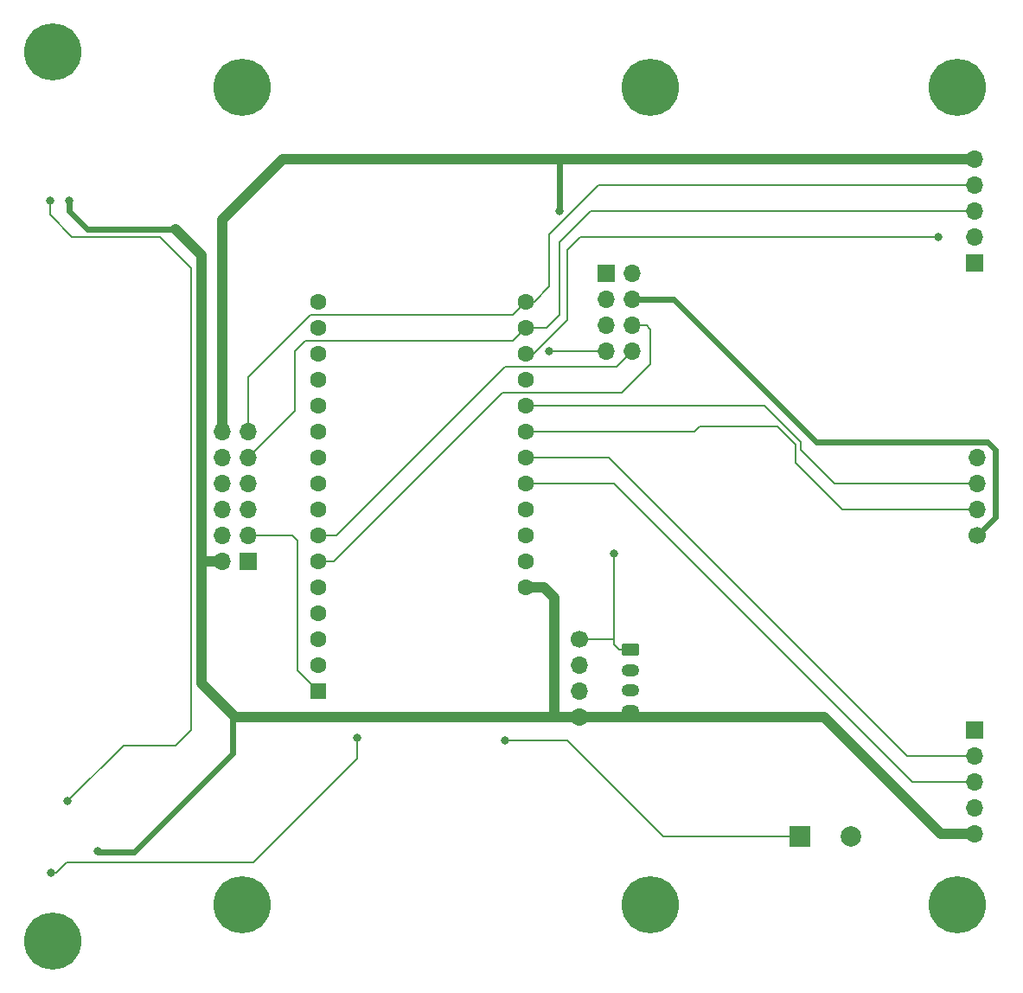
<source format=gbr>
%TF.GenerationSoftware,KiCad,Pcbnew,7.0.8*%
%TF.CreationDate,2023-10-27T12:06:26-04:00*%
%TF.ProjectId,top_plate,746f705f-706c-4617-9465-2e6b69636164,rev?*%
%TF.SameCoordinates,PX2faf080PY5f5e100*%
%TF.FileFunction,Copper,L2,Bot*%
%TF.FilePolarity,Positive*%
%FSLAX46Y46*%
G04 Gerber Fmt 4.6, Leading zero omitted, Abs format (unit mm)*
G04 Created by KiCad (PCBNEW 7.0.8) date 2023-10-27 12:06:26*
%MOMM*%
%LPD*%
G01*
G04 APERTURE LIST*
G04 Aperture macros list*
%AMRoundRect*
0 Rectangle with rounded corners*
0 $1 Rounding radius*
0 $2 $3 $4 $5 $6 $7 $8 $9 X,Y pos of 4 corners*
0 Add a 4 corners polygon primitive as box body*
4,1,4,$2,$3,$4,$5,$6,$7,$8,$9,$2,$3,0*
0 Add four circle primitives for the rounded corners*
1,1,$1+$1,$2,$3*
1,1,$1+$1,$4,$5*
1,1,$1+$1,$6,$7*
1,1,$1+$1,$8,$9*
0 Add four rect primitives between the rounded corners*
20,1,$1+$1,$2,$3,$4,$5,0*
20,1,$1+$1,$4,$5,$6,$7,0*
20,1,$1+$1,$6,$7,$8,$9,0*
20,1,$1+$1,$8,$9,$2,$3,0*%
G04 Aperture macros list end*
%TA.AperFunction,ComponentPad*%
%ADD10C,5.600000*%
%TD*%
%TA.AperFunction,ComponentPad*%
%ADD11RoundRect,0.250000X-0.625000X0.350000X-0.625000X-0.350000X0.625000X-0.350000X0.625000X0.350000X0*%
%TD*%
%TA.AperFunction,ComponentPad*%
%ADD12O,1.750000X1.200000*%
%TD*%
%TA.AperFunction,ComponentPad*%
%ADD13C,1.700000*%
%TD*%
%TA.AperFunction,ComponentPad*%
%ADD14O,1.700000X1.700000*%
%TD*%
%TA.AperFunction,ComponentPad*%
%ADD15R,1.700000X1.700000*%
%TD*%
%TA.AperFunction,ComponentPad*%
%ADD16R,2.000000X2.000000*%
%TD*%
%TA.AperFunction,ComponentPad*%
%ADD17C,2.000000*%
%TD*%
%TA.AperFunction,ComponentPad*%
%ADD18R,1.600000X1.600000*%
%TD*%
%TA.AperFunction,ComponentPad*%
%ADD19C,1.600000*%
%TD*%
%TA.AperFunction,ViaPad*%
%ADD20C,0.800000*%
%TD*%
%TA.AperFunction,Conductor*%
%ADD21C,0.203200*%
%TD*%
%TA.AperFunction,Conductor*%
%ADD22C,0.609600*%
%TD*%
%TA.AperFunction,Conductor*%
%ADD23C,1.016000*%
%TD*%
%TA.AperFunction,Conductor*%
%ADD24C,0.304800*%
%TD*%
G04 APERTURE END LIST*
D10*
%TO.P,REF\u002A\u002A,1*%
%TO.N,N/C*%
X4500000Y-43500000D03*
%TD*%
D11*
%TO.P,J5,1,Pin_1*%
%TO.N,/SDA*%
X61000000Y-15000000D03*
D12*
%TO.P,J5,2,Pin_2*%
%TO.N,/SCL*%
X61000000Y-17000000D03*
%TO.P,J5,3,Pin_3*%
%TO.N,GND*%
X61000000Y-19000000D03*
%TO.P,J5,4,Pin_4*%
%TO.N,VCC*%
X61000000Y-21000000D03*
%TD*%
D13*
%TO.P,J7,1,Pin_1*%
%TO.N,/SDA*%
X56000000Y-14000000D03*
D14*
%TO.P,J7,2,Pin_2*%
%TO.N,/SCL*%
X56000000Y-16540000D03*
%TO.P,J7,3,Pin_3*%
%TO.N,GND*%
X56000000Y-19080000D03*
%TO.P,J7,4,Pin_4*%
%TO.N,VCC*%
X56000000Y-21620000D03*
%TD*%
D10*
%TO.P,REF\u002A\u002A,1*%
%TO.N,N/C*%
X63000000Y-40000000D03*
%TD*%
D15*
%TO.P,J10,1,Pin_1*%
%TO.N,GND*%
X58669000Y21834000D03*
D14*
%TO.P,J10,2,Pin_2*%
X61209000Y21834000D03*
%TO.P,J10,3,Pin_3*%
%TO.N,+3V3*%
X58669000Y19294000D03*
%TO.P,J10,4,Pin_4*%
X61209000Y19294000D03*
%TO.P,J10,5,Pin_5*%
%TO.N,/TX*%
X58669000Y16754000D03*
%TO.P,J10,6,Pin_6*%
%TO.N,/A1*%
X61209000Y16754000D03*
%TO.P,J10,7,Pin_7*%
%TO.N,/RX*%
X58669000Y14214000D03*
%TO.P,J10,8,Pin_8*%
%TO.N,/A2*%
X61209000Y14214000D03*
%TD*%
D10*
%TO.P,REF\u002A\u002A,1*%
%TO.N,N/C*%
X4500000Y43500000D03*
%TD*%
D13*
%TO.P,J6,1,Pin_1*%
%TO.N,+3V3*%
X95000000Y-3810000D03*
D14*
%TO.P,J6,2,Pin_2*%
%TO.N,/D10*%
X95000000Y-1270000D03*
%TO.P,J6,3,Pin_3*%
%TO.N,/D9*%
X95000000Y1270000D03*
%TO.P,J6,4,Pin_4*%
%TO.N,GND*%
X95000000Y3810000D03*
%TD*%
D10*
%TO.P,REF\u002A\u002A,1*%
%TO.N,N/C*%
X93000000Y40000000D03*
%TD*%
%TO.P,REF\u002A\u002A,1*%
%TO.N,N/C*%
X63000000Y40000000D03*
%TD*%
%TO.P,REF\u002A\u002A,1*%
%TO.N,N/C*%
X93000000Y-40000000D03*
%TD*%
%TO.P,REF\u002A\u002A,1*%
%TO.N,N/C*%
X23000000Y-40000000D03*
%TD*%
%TO.P,REF\u002A\u002A,1*%
%TO.N,N/C*%
X23000000Y40000000D03*
%TD*%
D15*
%TO.P,J2,1,Pin_1*%
%TO.N,GND*%
X23622000Y-6350000D03*
D14*
%TO.P,J2,2,Pin_2*%
%TO.N,VCC*%
X21082000Y-6350000D03*
%TO.P,J2,3,Pin_3*%
%TO.N,/RESET*%
X23622000Y-3810000D03*
%TO.P,J2,4,Pin_4*%
%TO.N,/A3*%
X21082000Y-3810000D03*
%TO.P,J2,5,Pin_5*%
%TO.N,/A4*%
X23622000Y-1270000D03*
%TO.P,J2,6,Pin_6*%
%TO.N,/A5*%
X21082000Y-1270000D03*
%TO.P,J2,7,Pin_7*%
%TO.N,/SCK*%
X23622000Y1270000D03*
%TO.P,J2,8,Pin_8*%
%TO.N,/MOSI*%
X21082000Y1270000D03*
%TO.P,J2,9,Pin_9*%
%TO.N,/SCL*%
X23622000Y3810000D03*
%TO.P,J2,10,Pin_10*%
%TO.N,/MISO*%
X21082000Y3810000D03*
%TO.P,J2,11,Pin_11*%
%TO.N,/SDA*%
X23622000Y6350000D03*
%TO.P,J2,12,Pin_12*%
%TO.N,+3V3*%
X21082000Y6350000D03*
%TD*%
D15*
%TO.P,J1,1,Pin_1*%
%TO.N,GND*%
X94742000Y-22860000D03*
D14*
%TO.P,J1,2,Pin_2*%
%TO.N,/D11-XSHUT2*%
X94742000Y-25400000D03*
%TO.P,J1,3,Pin_3*%
%TO.N,/D12*%
X94742000Y-27940000D03*
%TO.P,J1,4,Pin_4*%
%TO.N,unconnected-(J1-Pin_4-Pad4)*%
X94742000Y-30480000D03*
%TO.P,J1,5,Pin_5*%
%TO.N,VCC*%
X94742000Y-33020000D03*
%TD*%
D15*
%TO.P,J3,1,Pin_1*%
%TO.N,GND*%
X94742000Y22860000D03*
D14*
%TO.P,J3,2,Pin_2*%
%TO.N,/D5-XSHUT1*%
X94742000Y25400000D03*
%TO.P,J3,3,Pin_3*%
%TO.N,/SCL*%
X94742000Y27940000D03*
%TO.P,J3,4,Pin_4*%
%TO.N,/SDA*%
X94742000Y30480000D03*
%TO.P,J3,5,Pin_5*%
%TO.N,+3V3*%
X94742000Y33020000D03*
%TD*%
D16*
%TO.P,BZ1,1,-*%
%TO.N,/D13-BUZZ*%
X77639216Y-33274000D03*
D17*
%TO.P,BZ1,2,+*%
%TO.N,GND*%
X82639216Y-33274000D03*
%TD*%
D18*
%TO.P,A1,1,~{RESET}*%
%TO.N,/RESET*%
X30480000Y-19050000D03*
D19*
%TO.P,A1,2,3V3*%
%TO.N,unconnected-(A1-3V3-Pad2)*%
X30480000Y-16510000D03*
%TO.P,A1,3,AREF*%
%TO.N,unconnected-(A1-AREF-Pad3)*%
X30480000Y-13970000D03*
%TO.P,A1,4,GND*%
%TO.N,GND*%
X30480000Y-11430000D03*
%TO.P,A1,5,A0*%
%TO.N,/NEOPXL*%
X30480000Y-8890000D03*
%TO.P,A1,6,A1*%
%TO.N,/A1*%
X30480000Y-6350000D03*
%TO.P,A1,7,A2*%
%TO.N,/A2*%
X30480000Y-3810000D03*
%TO.P,A1,8,A3*%
%TO.N,/A3*%
X30480000Y-1270000D03*
%TO.P,A1,9,A4*%
%TO.N,/A4*%
X30480000Y1270000D03*
%TO.P,A1,10,A5*%
%TO.N,/A5*%
X30480000Y3810000D03*
%TO.P,A1,11,SCK*%
%TO.N,/SCK*%
X30480000Y6350000D03*
%TO.P,A1,12,MOSI*%
%TO.N,/MOSI*%
X30480000Y8890000D03*
%TO.P,A1,13,MISO*%
%TO.N,/MISO*%
X30480000Y11430000D03*
%TO.P,A1,14,RX*%
%TO.N,/RX*%
X30480000Y13970000D03*
%TO.P,A1,15,TX*%
%TO.N,/TX*%
X30480000Y16510000D03*
%TO.P,A1,16,SPARE*%
%TO.N,unconnected-(A1-SPARE-Pad16)*%
X30480000Y19050000D03*
%TO.P,A1,17,SDA*%
%TO.N,/SDA*%
X50800000Y19050000D03*
%TO.P,A1,18,SCL*%
%TO.N,/SCL*%
X50800000Y16510000D03*
%TO.P,A1,19,D0*%
%TO.N,/D5-XSHUT1*%
X50800000Y13970000D03*
%TO.P,A1,20,D1*%
%TO.N,/D6*%
X50800000Y11430000D03*
%TO.P,A1,21,D2*%
%TO.N,/D9*%
X50800000Y8890000D03*
%TO.P,A1,22,D3*%
%TO.N,/D10*%
X50800000Y6350000D03*
%TO.P,A1,23,D4*%
%TO.N,/D11-XSHUT2*%
X50800000Y3810000D03*
%TO.P,A1,24,D5*%
%TO.N,/D12*%
X50800000Y1270000D03*
%TO.P,A1,25,D6*%
%TO.N,/D13-BUZZ*%
X50800000Y-1270000D03*
%TO.P,A1,26,USB*%
%TO.N,/VUSB*%
X50800000Y-3810000D03*
%TO.P,A1,27,EN*%
%TO.N,unconnected-(A1-EN-Pad27)*%
X50800000Y-6350000D03*
%TO.P,A1,28,VBAT*%
%TO.N,VCC*%
X50800000Y-8890000D03*
%TD*%
D20*
%TO.N,/SDA*%
X59436000Y-5588000D03*
%TO.N,VCC*%
X6096000Y28956000D03*
X8918000Y-34770000D03*
%TO.N,/D5-XSHUT1*%
X91186000Y25400000D03*
%TO.N,+3V3*%
X54102000Y27940000D03*
%TO.N,/RX*%
X53086000Y14224000D03*
%TO.N,Net-(D1-DOUT)*%
X5955000Y-29859000D03*
X4205000Y28956000D03*
%TO.N,/NEOPXL*%
X34290000Y-23622000D03*
X4318000Y-36830000D03*
%TO.N,/D13-BUZZ*%
X48768000Y-23876000D03*
%TD*%
D21*
%TO.N,/D9*%
X74168000Y8890000D02*
X77724000Y5334000D01*
X81026000Y1270000D02*
X95000000Y1270000D01*
X77724000Y5334000D02*
X77724000Y4572000D01*
X50800000Y8890000D02*
X74168000Y8890000D01*
X77724000Y4572000D02*
X81026000Y1270000D01*
%TO.N,/RESET*%
X28448000Y-4335250D02*
X28448000Y-17018000D01*
X23622000Y-3810000D02*
X27922750Y-3810000D01*
X28448000Y-17018000D02*
X30480000Y-19050000D01*
X27922750Y-3810000D02*
X28448000Y-4335250D01*
%TO.N,/SDA*%
X56000000Y-14000000D02*
X59406000Y-14000000D01*
X50800000Y19050000D02*
X51600000Y19050000D01*
X53086000Y25654000D02*
X57912000Y30480000D01*
X59406000Y-14000000D02*
X59436000Y-13970000D01*
X49530000Y17780000D02*
X29718000Y17780000D01*
X59436000Y-14478000D02*
X59958000Y-15000000D01*
X59436000Y-13970000D02*
X59436000Y-14478000D01*
X29718000Y17780000D02*
X23622000Y11684000D01*
X23622000Y11684000D02*
X23622000Y6604000D01*
X50800000Y19050000D02*
X49530000Y17780000D01*
X51600000Y19050000D02*
X53086000Y20536000D01*
X57912000Y30480000D02*
X94742000Y30480000D01*
X59958000Y-15000000D02*
X61000000Y-15000000D01*
X59436000Y-5588000D02*
X59436000Y-13970000D01*
X53086000Y20536000D02*
X53086000Y25654000D01*
%TO.N,/SCL*%
X57150000Y27940000D02*
X94742000Y27940000D01*
X50800000Y16510000D02*
X49530000Y15240000D01*
X54102000Y24892000D02*
X57150000Y27940000D01*
X28194000Y14224000D02*
X28194000Y8382000D01*
X54102000Y17780000D02*
X54102000Y24892000D01*
X28194000Y8382000D02*
X23622000Y3810000D01*
X49530000Y15240000D02*
X29210000Y15240000D01*
X50800000Y16510000D02*
X52832000Y16510000D01*
X29210000Y15240000D02*
X28194000Y14224000D01*
X52832000Y16510000D02*
X54102000Y17780000D01*
D22*
%TO.N,VCC*%
X16256000Y26162000D02*
X7874000Y26162000D01*
D23*
X53594000Y-9906000D02*
X52578000Y-8890000D01*
X19050000Y23622000D02*
X19050000Y-6350000D01*
D22*
X12446000Y-34798000D02*
X8946000Y-34798000D01*
X8946000Y-34798000D02*
X8918000Y-34770000D01*
D24*
X61000000Y-21580000D02*
X60960000Y-21620000D01*
D22*
X7874000Y26162000D02*
X6096000Y27940000D01*
D23*
X60960000Y-21620000D02*
X56000000Y-21620000D01*
X19050000Y-18318000D02*
X22098000Y-21366000D01*
D22*
X22098000Y-25146000D02*
X12446000Y-34798000D01*
D23*
X22352000Y-21620000D02*
X56000000Y-21620000D01*
X21082000Y-6350000D02*
X19050000Y-6350000D01*
D22*
X6096000Y27940000D02*
X6096000Y28956000D01*
D23*
X94742000Y-33020000D02*
X91440000Y-33020000D01*
D22*
X16510000Y26162000D02*
X16256000Y26162000D01*
D23*
X80040000Y-21620000D02*
X60960000Y-21620000D01*
X53594000Y-21620000D02*
X53594000Y-9906000D01*
X16510000Y26162000D02*
X19050000Y23622000D01*
X22098000Y-21366000D02*
X22352000Y-21620000D01*
X19050000Y-6350000D02*
X19050000Y-18318000D01*
D24*
X61000000Y-21000000D02*
X61000000Y-21580000D01*
D23*
X52578000Y-8890000D02*
X50800000Y-8890000D01*
D22*
X22098000Y-21366000D02*
X22098000Y-25146000D01*
D23*
X91440000Y-33020000D02*
X80040000Y-21620000D01*
D21*
%TO.N,/D5-XSHUT1*%
X51562000Y13970000D02*
X50800000Y13970000D01*
X56134000Y25400000D02*
X54864000Y24130000D01*
X54864000Y24130000D02*
X54864000Y17272000D01*
X91186000Y25400000D02*
X56134000Y25400000D01*
X54864000Y17272000D02*
X51562000Y13970000D01*
D23*
%TO.N,+3V3*%
X27020000Y33020000D02*
X21082000Y27082000D01*
D22*
X96012000Y5334000D02*
X96774000Y4572000D01*
D23*
X54102000Y33020000D02*
X94742000Y33020000D01*
D22*
X61209000Y19294000D02*
X65288000Y19294000D01*
D23*
X54102000Y33020000D02*
X27020000Y33020000D01*
D22*
X96774000Y4572000D02*
X96774000Y-2036000D01*
X79248000Y5334000D02*
X96012000Y5334000D01*
X65288000Y19294000D02*
X79248000Y5334000D01*
X96774000Y-2036000D02*
X95000000Y-3810000D01*
X54102000Y33020000D02*
X54102000Y27940000D01*
D23*
X21082000Y27082000D02*
X21082000Y6350000D01*
D21*
%TO.N,/A2*%
X48768000Y12700000D02*
X59695000Y12700000D01*
X48768000Y12700000D02*
X32258000Y-3810000D01*
X32258000Y-3810000D02*
X30480000Y-3810000D01*
X59695000Y12700000D02*
X61209000Y14214000D01*
%TO.N,/RX*%
X53096000Y14214000D02*
X58669000Y14214000D01*
X53086000Y14224000D02*
X53096000Y14214000D01*
%TO.N,/D10*%
X81788000Y-1270000D02*
X95000000Y-1270000D01*
X67818000Y6858000D02*
X75438000Y6858000D01*
X77216000Y3302000D02*
X81788000Y-1270000D01*
X75438000Y6858000D02*
X77216000Y5080000D01*
X50800000Y6350000D02*
X67310000Y6350000D01*
X67310000Y6350000D02*
X67818000Y6858000D01*
X77216000Y5080000D02*
X77216000Y3302000D01*
%TO.N,Net-(D1-DOUT)*%
X14986000Y25400000D02*
X18034000Y22352000D01*
X4205000Y27545000D02*
X6350000Y25400000D01*
X6350000Y25400000D02*
X14986000Y25400000D01*
X16510000Y-24384000D02*
X11430000Y-24384000D01*
X4205000Y28956000D02*
X4205000Y27545000D01*
X18034000Y22352000D02*
X18034000Y-22860000D01*
X18034000Y-22860000D02*
X16510000Y-24384000D01*
X11430000Y-24384000D02*
X5955000Y-29859000D01*
%TO.N,/A1*%
X60198000Y10160000D02*
X62992000Y12954000D01*
X48514000Y10160000D02*
X60198000Y10160000D01*
X62623000Y16754000D02*
X61209000Y16754000D01*
X32004000Y-6350000D02*
X48514000Y10160000D01*
X62992000Y12954000D02*
X62992000Y16385000D01*
X30480000Y-6350000D02*
X32004000Y-6350000D01*
X62929500Y16447500D02*
X62623000Y16754000D01*
X62992000Y16385000D02*
X62929500Y16447500D01*
%TO.N,/NEOPXL*%
X34290000Y-25654000D02*
X24130000Y-35814000D01*
X4826000Y-36830000D02*
X4318000Y-36830000D01*
X24130000Y-35814000D02*
X5842000Y-35814000D01*
X34290000Y-23622000D02*
X34290000Y-25654000D01*
X5842000Y-35814000D02*
X4826000Y-36830000D01*
%TO.N,/D13-BUZZ*%
X64262000Y-33274000D02*
X77639216Y-33274000D01*
X48768000Y-23876000D02*
X54864000Y-23876000D01*
X54864000Y-23876000D02*
X64262000Y-33274000D01*
%TO.N,/D11-XSHUT2*%
X58928000Y3810000D02*
X88138000Y-25400000D01*
X50800000Y3810000D02*
X58928000Y3810000D01*
X88138000Y-25400000D02*
X94742000Y-25400000D01*
%TO.N,/D12*%
X59436000Y1270000D02*
X88646000Y-27940000D01*
X50800000Y1270000D02*
X59436000Y1270000D01*
X88646000Y-27940000D02*
X94742000Y-27940000D01*
%TD*%
M02*

</source>
